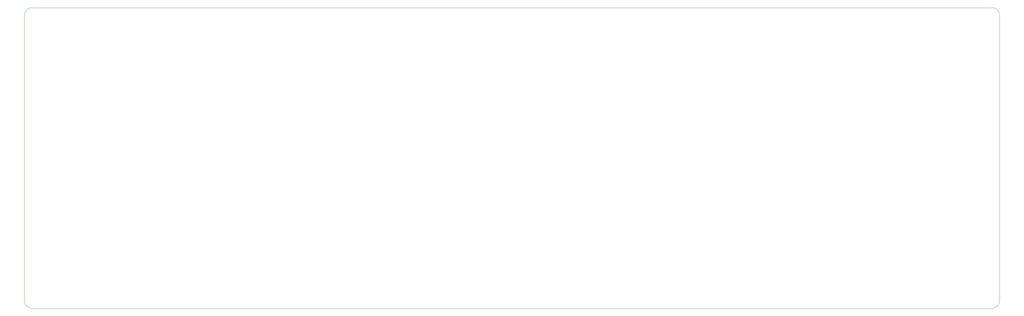
<source format=gbr>
G04 #@! TF.GenerationSoftware,KiCad,Pcbnew,(5.1.10)-1*
G04 #@! TF.CreationDate,2021-09-11T23:54:04-05:00*
G04 #@! TF.ProjectId,kintsugi,6b696e74-7375-4676-992e-6b696361645f,rev?*
G04 #@! TF.SameCoordinates,Original*
G04 #@! TF.FileFunction,Profile,NP*
%FSLAX46Y46*%
G04 Gerber Fmt 4.6, Leading zero omitted, Abs format (unit mm)*
G04 Created by KiCad (PCBNEW (5.1.10)-1) date 2021-09-11 23:54:04*
%MOMM*%
%LPD*%
G01*
G04 APERTURE LIST*
G04 #@! TA.AperFunction,Profile*
%ADD10C,0.050000*%
G04 #@! TD*
G04 APERTURE END LIST*
D10*
X48418750Y-119062500D02*
G75*
G02*
X46037500Y-116681250I0J2381250D01*
G01*
X46037500Y-26193750D02*
G75*
G02*
X48418750Y-23812500I2381250J0D01*
G01*
X48418750Y-23812500D02*
X50006250Y-23812500D01*
X46037500Y-116681250D02*
X46037500Y-26193750D01*
X354012500Y-116681250D02*
G75*
G02*
X351631250Y-119062500I-2381250J0D01*
G01*
X351631250Y-23812500D02*
G75*
G02*
X354012500Y-26193750I0J-2381250D01*
G01*
X351631250Y-23812500D02*
X351631250Y-23812500D01*
X354012500Y-116681250D02*
X354012500Y-26193750D01*
X350043750Y-23812500D02*
X351631250Y-23812500D01*
X350043750Y-119062500D02*
X351631250Y-119062500D01*
X350043750Y-23812500D02*
X50006250Y-23812500D01*
X48418750Y-119062500D02*
X350043750Y-119062500D01*
M02*

</source>
